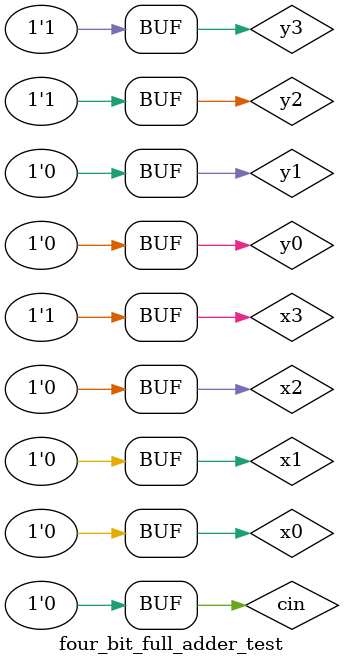
<source format=v>
`timescale 1ns / 1ps
module four_bit_full_adder_test();
    
    reg x3,x2,x1,x0;
    reg y3,y2,y1,y0;
    reg cin;
    
    wire sum3,sum2,sum1,sum0;
    wire car2,car1,car0,carout;
    
    four_bit_full_adder uut(.a3(x3),.a2(x2),.a1(x1),.a0(x0),.b3(y3),.b2(y2),.b1(y1),.b0(y0),.cin(cin),
    .s3(sum3),.s2(sum2),.s1(sum1),.s0(sum0),.c2(car2),.c1(car1),.c0(car0),.cout(carout) );
    
    initial begin
    
        x3=1 ; x2=0 ; x1=0 ; x0=0 ; y3=0 ; y2=0 ; y1=0 ; y0=1; cin=0 ; #50;
        x3=0 ; x2=0 ; x1=1 ; x0=0 ; y3=0 ; y2=1 ; y1=1 ; y0=1 ;#50;
        x3=0 ; x2=1 ; x1=0 ; x0=0 ; y3=0 ; y2=1 ; y1=0 ; y0=1 ;#50;
        x3=1 ; x2=0 ; x1=1 ; x0=1 ; y3=1 ; y2=0 ; y1=1 ; y0=0 ;#50;
        x3=1 ; x2=1 ; x1=1 ; x0=0 ; y3=0 ; y2=1 ; y1=0 ; y0=1 ;#50;
        x3=1 ; x2=1 ; x1=1 ; x0=1 ; y3=1 ; y2=0 ; y1=0 ; y0=1 ;#50;
        x3=0 ; x2=1 ; x1=1 ; x0=0 ; y3=0 ; y2=0 ; y1=1 ; y0=1 ;#50;
        x3=1 ; x2=0 ; x1=0 ; x0=0 ; y3=1 ; y2=1 ; y1=0 ; y0=0 ;#50;

    end
endmodule

</source>
